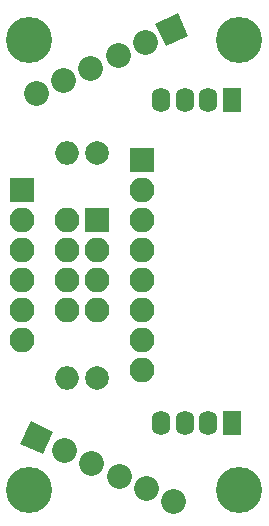
<source format=gbs>
G04 #@! TF.FileFunction,Soldermask,Bot*
%FSLAX46Y46*%
G04 Gerber Fmt 4.6, Leading zero omitted, Abs format (unit mm)*
G04 Created by KiCad (PCBNEW 4.0.7) date 05/22/20 14:46:27*
%MOMM*%
%LPD*%
G01*
G04 APERTURE LIST*
%ADD10C,0.100000*%
%ADD11R,2.100000X2.100000*%
%ADD12O,2.100000X2.100000*%
%ADD13R,1.600000X2.100000*%
%ADD14O,1.600000X2.100000*%
%ADD15C,2.100000*%
%ADD16C,3.900000*%
%ADD17C,2.000000*%
%ADD18O,2.000000X2.000000*%
G04 APERTURE END LIST*
D10*
D11*
X69850000Y-60960000D03*
D12*
X67310000Y-60960000D03*
X69850000Y-63500000D03*
X67310000Y-63500000D03*
X69850000Y-66040000D03*
X67310000Y-66040000D03*
X69850000Y-68580000D03*
X67310000Y-68580000D03*
D13*
X81280000Y-50800000D03*
D14*
X79280000Y-50800000D03*
X77280000Y-50800000D03*
X75280000Y-50800000D03*
D13*
X81280000Y-78105000D03*
D14*
X79280000Y-78105000D03*
X77280000Y-78105000D03*
X75280000Y-78105000D03*
D11*
X73660000Y-55880000D03*
D12*
X73660000Y-58420000D03*
X73660000Y-60960000D03*
X73660000Y-63500000D03*
X73660000Y-66040000D03*
X73660000Y-68580000D03*
X73660000Y-71120000D03*
X73660000Y-73660000D03*
D10*
G36*
X65277874Y-80770372D02*
X63374628Y-79882874D01*
X64262126Y-77979628D01*
X66165372Y-78867126D01*
X65277874Y-80770372D01*
X65277874Y-80770372D01*
G37*
D15*
X67072022Y-80448450D02*
X67072022Y-80448450D01*
X69374044Y-81521901D02*
X69374044Y-81521901D01*
X71676065Y-82595351D02*
X71676065Y-82595351D01*
X73978087Y-83668802D02*
X73978087Y-83668802D01*
X76280109Y-84742252D02*
X76280109Y-84742252D01*
D11*
X63500000Y-58420000D03*
D12*
X63500000Y-60960000D03*
X63500000Y-63500000D03*
X63500000Y-66040000D03*
X63500000Y-68580000D03*
X63500000Y-71120000D03*
D10*
G36*
X74804628Y-44323126D02*
X76707874Y-43435628D01*
X77595372Y-45338874D01*
X75692126Y-46226372D01*
X74804628Y-44323126D01*
X74804628Y-44323126D01*
G37*
D15*
X73897978Y-45904450D02*
X73897978Y-45904450D01*
X71595956Y-46977901D02*
X71595956Y-46977901D01*
X69293935Y-48051351D02*
X69293935Y-48051351D01*
X66991913Y-49124802D02*
X66991913Y-49124802D01*
X64689891Y-50198252D02*
X64689891Y-50198252D01*
D16*
X64135000Y-45720000D03*
X81915000Y-45720000D03*
X64135000Y-83820000D03*
X81915000Y-83820000D03*
D17*
X69850000Y-55245000D03*
D18*
X67310000Y-55245000D03*
D17*
X69850000Y-74295000D03*
D18*
X67310000Y-74295000D03*
M02*

</source>
